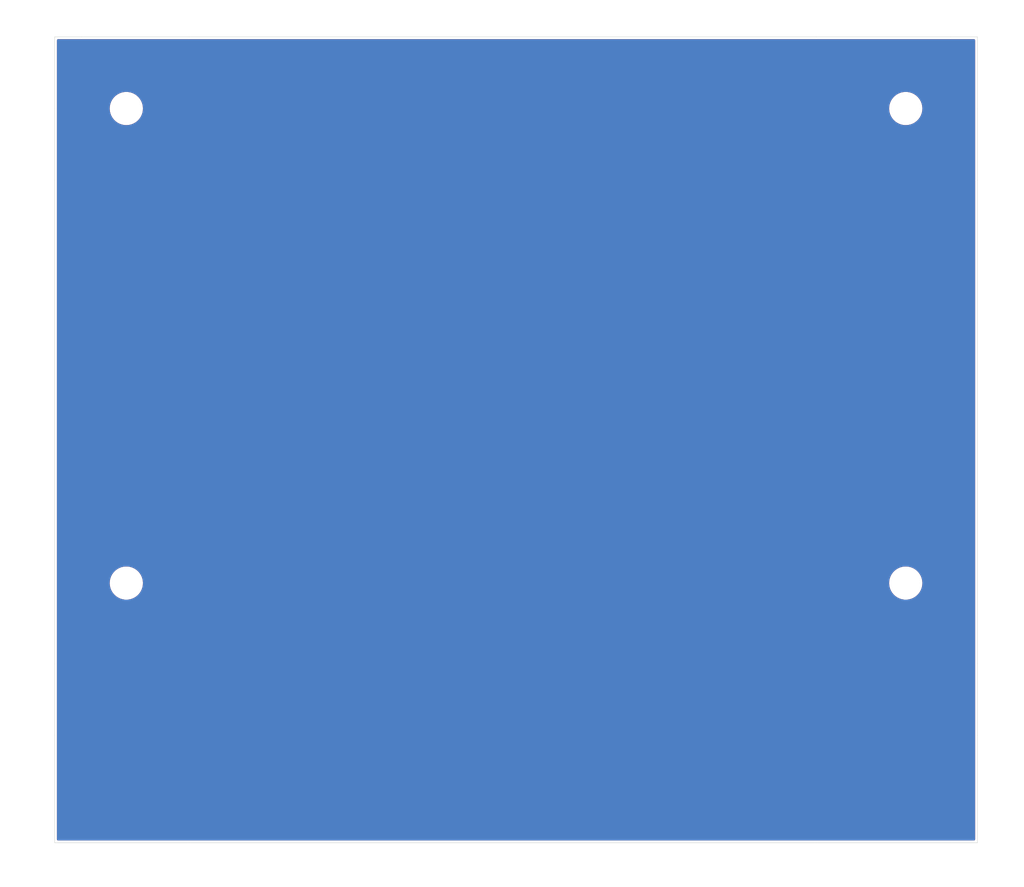
<source format=kicad_pcb>
(kicad_pcb (version 20211014) (generator pcbnew)
  (layers (0 "F.Cu" signal) (31 "B.Cu" signal) (34 "B.Paste" user) (35 "F.Paste" user) (36 "B.SilkS" user "B.Silkscreen") (37 "F.SilkS" user "F.Silkscreen") (38 "B.Mask" user) (39 "F.Mask" user) (44 "Edge.Cuts" user))
  (net 0 "")
  (footprint "MountingHole:MountingHole_3.2mm_M3" (layer "F.Cu") (at 103 68)
    (fp_text reference "H1" hide)
    (fp_text value "MountingHole")
    (pad "" np_thru_hole circle locked (at 0 0) (size 3.2 3.2) (drill 3.2) (layers *.Cu *.Mask))
  )
  (footprint "MountingHole:MountingHole_3.2mm_M3" (layer "F.Cu") (at 190 68)
    (fp_text reference "H2" hide)
    (fp_text value "MountingHole")
    (pad "" np_thru_hole circle locked (at 0 0) (size 3.2 3.2) (drill 3.2) (layers *.Cu *.Mask))
  )
  (footprint "MountingHole:MountingHole_3.2mm_M3" (layer "F.Cu") (at 190 121)
    (fp_text reference "H4" hide)
    (fp_text value "MountingHole")
    (pad "" np_thru_hole circle locked (at 0 0) (size 3.2 3.2) (drill 3.2) (layers *.Cu *.Mask))
  )
  (footprint "MountingHole:MountingHole_3.2mm_M3" (layer "F.Cu") (at 103 121)
    (fp_text reference "H3" hide)
    (fp_text value "MountingHole")
    (pad "" np_thru_hole circle locked (at 0 0) (size 3.2 3.2) (drill 3.2) (layers *.Cu *.Mask))
  )
  (gr_line (start 95 60) (end 95 68) (layer "Edge.Cuts") (width 0.05))
  (gr_line (start 180 60) (end 110 60) (layer "Edge.Cuts") (width 0.05))
  (gr_line (start 98 60) (end 95 60) (layer "Edge.Cuts") (width 0.05))
  (gr_line (start 110 150) (end 180 150) (layer "Edge.Cuts") (width 0.05))
  (gr_line (start 195 150) (end 198 150) (layer "Edge.Cuts") (width 0.05))
  (gr_line (start 95 138) (end 95 150) (layer "Edge.Cuts") (width 0.05))
  (gr_line (start 198 130) (end 198 76) (layer "Edge.Cuts") (width 0.05))
  (gr_line (start 95 76) (end 95 130) (layer "Edge.Cuts") (width 0.05))
  (gr_line (start 198 76) (end 198 76) (layer "Edge.Cuts") (width 0.05))
  (gr_line (start 198 68) (end 198 60) (layer "Edge.Cuts") (width 0.05))
  (gr_line (start 95 68) (end 95 76) (layer "Edge.Cuts") (width 0.05))
  (gr_line (start 98 150) (end 110 150) (layer "Edge.Cuts") (width 0.05))
  (gr_line (start 180 150) (end 195 150) (layer "Edge.Cuts") (width 0.05))
  (gr_line (start 198 60) (end 195 60) (layer "Edge.Cuts") (width 0.05))
  (gr_line (start 195 60) (end 180 60) (layer "Edge.Cuts") (width 0.05))
  (gr_line (start 198 138) (end 198 130) (layer "Edge.Cuts") (width 0.05))
  (gr_line (start 95 150) (end 98 150) (layer "Edge.Cuts") (width 0.05))
  (gr_line (start 198 150) (end 198 138) (layer "Edge.Cuts") (width 0.05))
  (gr_line (start 198 68) (end 198 76) (layer "Edge.Cuts") (width 0.05))
  (gr_line (start 95 138) (end 95 130) (layer "Edge.Cuts") (width 0.05))
  (gr_line (start 110 60) (end 98 60) (layer "Edge.Cuts") (width 0.05))
  (zone (net 0) (net_name "") (layer "F.Cu") (connect_pads yes (clearance 0.254)) (min_thickness 0.254) (fill yes (thermal_gap 0.254) (thermal_bridge_width 0.508))
    (polygon (pts (xy 200.66 152.4) (xy 200.66 58.42) (xy 91.44 58.42) (xy 91.44 152.4)))
  )
  (zone (net 0) (net_name "") (layer "B.Cu") (connect_pads yes (clearance 0.254)) (min_thickness 0.254) (fill yes (thermal_gap 0.254) (thermal_bridge_width 0.508))
    (polygon (pts (xy 203.2 55.88) (xy 203.2 154.94) (xy 88.9 154.94) (xy 88.9 55.88)))
  )
)
</source>
